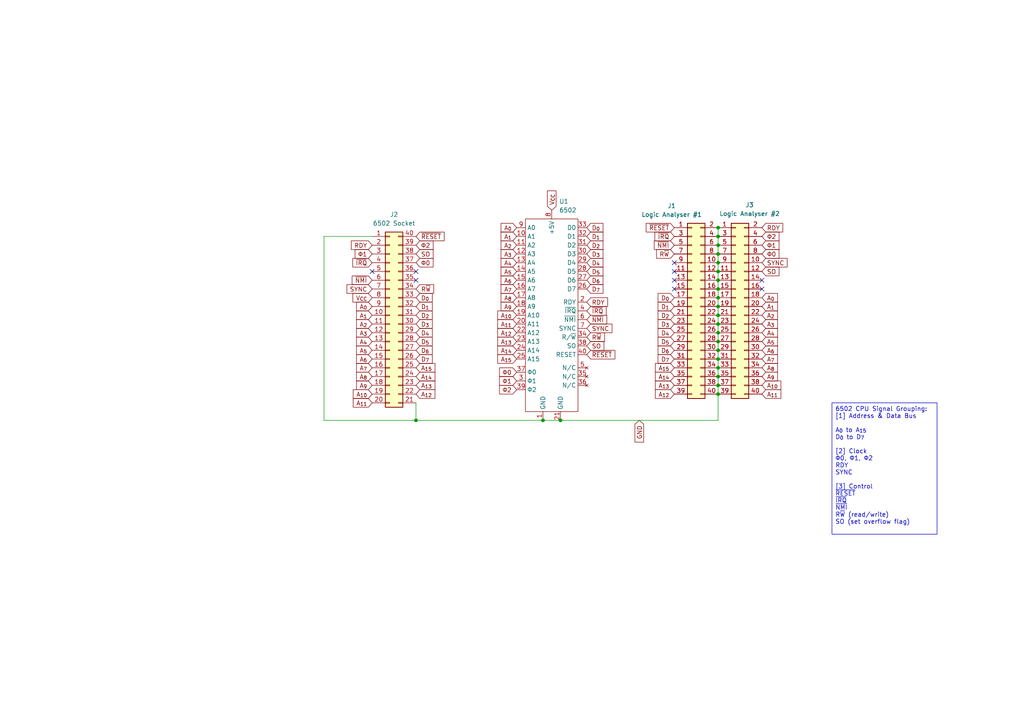
<source format=kicad_sch>
(kicad_sch (version 20250114) (generator "eeschema") (generator_version "9.0")
  (paper "A4")
  (title_block (title "6502 CPU Breakout Board for Logic Analysers") (date "13/OCT/2025") (rev "A") (company "Brett Hallen") (comment 1 "www,youtube.com/@Brfff"))
  (lib_symbols
    (symbol "Clueless_Engineer:VIC_6502_CPU"
      (property "Reference" "U" (at -7.366 1.778 0))
      (property "Value" "6502" (at 3.81 1.27 0))
      (symbol "VIC_6502_CPU_0_1"
        (rectangle (start -7.62 0) (end 7.62 -55.88))
      )
      (symbol "VIC_6502_CPU_1_1"
        (pin output line (at -10.16 -2.54 0) (length 2.54) (name "A0") (number "9"))
        (pin output line (at -10.16 -5.08 0) (length 2.54) (name "A1") (number "10"))
        (pin output line (at -10.16 -7.62 0) (length 2.54) (name "A2") (number "11"))
        (pin output line (at -10.16 -10.16 0) (length 2.54) (name "A3") (number "12"))
        (pin output line (at -10.16 -12.7 0) (length 2.54) (name "A4") (number "13"))
        (pin output line (at -10.16 -15.24 0) (length 2.54) (name "A5") (number "14"))
        (pin output line (at -10.16 -17.78 0) (length 2.54) (name "A6") (number "15"))
        (pin output line (at -10.16 -20.32 0) (length 2.54) (name "A7") (number "16"))
        (pin output line (at -10.16 -22.86 0) (length 2.54) (name "A8") (number "17"))
        (pin output line (at -10.16 -25.4 0) (length 2.54) (name "A9") (number "18"))
        (pin output line (at -10.16 -27.94 0) (length 2.54) (name "A10") (number "19"))
        (pin output line (at -10.16 -30.48 0) (length 2.54) (name "A11") (number "20"))
        (pin output line (at -10.16 -33.02 0) (length 2.54) (name "A12") (number "22"))
        (pin output line (at -10.16 -35.56 0) (length 2.54) (name "A13") (number "23"))
        (pin output line (at -10.16 -38.1 0) (length 2.54) (name "A14") (number "24"))
        (pin output line (at -10.16 -40.64 0) (length 2.54) (name "A15") (number "25"))
        (pin input line (at -10.16 -44.45 0) (length 2.54) (name "Φ0") (number "37"))
        (pin output line (at -10.16 -46.99 0) (length 2.54) (name "Φ1") (number "3"))
        (pin output line (at -10.16 -49.53 0) (length 2.54) (name "Φ2") (number "39"))
        (pin power_in line (at -2.54 -58.42 90) (length 2.54) (name "GND") (number "1"))
        (pin power_in line (at 0 2.54 270) (length 2.54) (name "+5V") (number "8"))
        (pin power_in line (at 2.54 -58.42 90) (length 2.54) (name "GND") (number "21"))
        (pin bidirectional line (at 10.16 -2.54 180) (length 2.54) (name "D0") (number "33"))
        (pin bidirectional line (at 10.16 -5.08 180) (length 2.54) (name "D1") (number "32"))
        (pin bidirectional line (at 10.16 -7.62 180) (length 2.54) (name "D2") (number "31"))
        (pin bidirectional line (at 10.16 -10.16 180) (length 2.54) (name "D3") (number "30"))
        (pin bidirectional line (at 10.16 -12.7 180) (length 2.54) (name "D4") (number "29"))
        (pin bidirectional line (at 10.16 -15.24 180) (length 2.54) (name "D5") (number "28"))
        (pin bidirectional line (at 10.16 -17.78 180) (length 2.54) (name "D6") (number "27"))
        (pin bidirectional line (at 10.16 -20.32 180) (length 2.54) (name "D7") (number "26"))
        (pin input line (at 10.16 -24.13 180) (length 2.54) (name "RDY") (number "2"))
        (pin input line (at 10.16 -26.67 180) (length 2.54) (name "~{IRQ}") (number "4"))
        (pin input line (at 10.16 -29.21 180) (length 2.54) (name "~{NMI}") (number "6"))
        (pin output line (at 10.16 -31.75 180) (length 2.54) (name "SYNC") (number "7"))
        (pin output line (at 10.16 -34.29 180) (length 2.54) (name "R/~{W}") (number "34"))
        (pin input line (at 10.16 -36.83 180) (length 2.54) (name "SO") (number "38"))
        (pin input line (at 10.16 -39.37 180) (length 2.54) (name "RESET") (number "40"))
        (pin no_connect line (at 10.16 -43.18 180) (length 2.54) (name "N/C") (number "5"))
        (pin no_connect line (at 10.16 -45.72 180) (length 2.54) (name "N/C") (number "35"))
        (pin no_connect line (at 10.16 -48.26 180) (length 2.54) (name "N/C") (number "36"))
      )
    )
    (symbol "Connector_Generic:Conn_02x20_Counter_Clockwise" (pin_names (offset 1.016) (hide yes))
      (property "Reference" "J" (at 1.27 25.4 0))
      (property "Value" "Conn_02x20_Counter_Clockwise" (at 1.27 -27.94 0))
      (symbol "Conn_02x20_Counter_Clockwise_1_1"
        (rectangle (start -1.27 24.13) (end 3.81 -26.67) (stroke (width 0.254)) (fill (type background)))
        (rectangle (start -1.27 22.987) (end 0 22.733) (stroke (width 0.1524)))
        (rectangle (start -1.27 20.447) (end 0 20.193) (stroke (width 0.1524)))
        (rectangle (start -1.27 17.907) (end 0 17.653) (stroke (width 0.1524)))
        (rectangle (start -1.27 15.367) (end 0 15.113) (stroke (width 0.1524)))
        (rectangle (start -1.27 12.827) (end 0 12.573) (stroke (width 0.1524)))
        (rectangle (start -1.27 10.287) (end 0 10.033) (stroke (width 0.1524)))
        (rectangle (start -1.27 7.747) (end 0 7.493) (stroke (width 0.1524)))
        (rectangle (start -1.27 5.207) (end 0 4.953) (stroke (width 0.1524)))
        (rectangle (start -1.27 2.667) (end 0 2.413) (stroke (width 0.1524)))
        (rectangle (start -1.27 0.127) (end 0 -0.127) (stroke (width 0.1524)))
        (rectangle (start -1.27 -2.413) (end 0 -2.667) (stroke (width 0.1524)))
        (rectangle (start -1.27 -4.953) (end 0 -5.207) (stroke (width 0.1524)))
        (rectangle (start -1.27 -7.493) (end 0 -7.747) (stroke (width 0.1524)))
        (rectangle (start -1.27 -10.033) (end 0 -10.287) (stroke (width 0.1524)))
        (rectangle (start -1.27 -12.573) (end 0 -12.827) (stroke (width 0.1524)))
        (rectangle (start -1.27 -15.113) (end 0 -15.367) (stroke (width 0.1524)))
        (rectangle (start -1.27 -17.653) (end 0 -17.907) (stroke (width 0.1524)))
        (rectangle (start -1.27 -20.193) (end 0 -20.447) (stroke (width 0.1524)))
        (rectangle (start -1.27 -22.733) (end 0 -22.987) (stroke (width 0.1524)))
        (rectangle (start -1.27 -25.273) (end 0 -25.527) (stroke (width 0.1524)))
        (rectangle (start 3.81 22.987) (end 2.54 22.733) (stroke (width 0.1524)))
        (rectangle (start 3.81 20.447) (end 2.54 20.193) (stroke (width 0.1524)))
        (rectangle (start 3.81 17.907) (end 2.54 17.653) (stroke (width 0.1524)))
        (rectangle (start 3.81 15.367) (end 2.54 15.113) (stroke (width 0.1524)))
        (rectangle (start 3.81 12.827) (end 2.54 12.573) (stroke (width 0.1524)))
        (rectangle (start 3.81 10.287) (end 2.54 10.033) (stroke (width 0.1524)))
        (rectangle (start 3.81 7.747) (end 2.54 7.493) (stroke (width 0.1524)))
        (rectangle (start 3.81 5.207) (end 2.54 4.953) (stroke (width 0.1524)))
        (rectangle (start 3.81 2.667) (end 2.54 2.413) (stroke (width 0.1524)))
        (rectangle (start 3.81 0.127) (end 2.54 -0.127) (stroke (width 0.1524)))
        (rectangle (start 3.81 -2.413) (end 2.54 -2.667) (stroke (width 0.1524)))
        (rectangle (start 3.81 -4.953) (end 2.54 -5.207) (stroke (width 0.1524)))
        (rectangle (start 3.81 -7.493) (end 2.54 -7.747) (stroke (width 0.1524)))
        (rectangle (start 3.81 -10.033) (end 2.54 -10.287) (stroke (width 0.1524)))
        (rectangle (start 3.81 -12.573) (end 2.54 -12.827) (stroke (width 0.1524)))
        (rectangle (start 3.81 -15.113) (end 2.54 -15.367) (stroke (width 0.1524)))
        (rectangle (start 3.81 -17.653) (end 2.54 -17.907) (stroke (width 0.1524)))
        (rectangle (start 3.81 -20.193) (end 2.54 -20.447) (stroke (width 0.1524)))
        (rectangle (start 3.81 -22.733) (end 2.54 -22.987) (stroke (width 0.1524)))
        (rectangle (start 3.81 -25.273) (end 2.54 -25.527) (stroke (width 0.1524)))
        (pin passive line (at -5.08 22.86 0) (length 3.81) (name "Pin_1") (number "1"))
        (pin passive line (at -5.08 20.32 0) (length 3.81) (name "Pin_2") (number "2"))
        (pin passive line (at -5.08 17.78 0) (length 3.81) (name "Pin_3") (number "3"))
        (pin passive line (at -5.08 15.24 0) (length 3.81) (name "Pin_4") (number "4"))
        (pin passive line (at -5.08 12.7 0) (length 3.81) (name "Pin_5") (number "5"))
        (pin passive line (at -5.08 10.16 0) (length 3.81) (name "Pin_6") (number "6"))
        (pin passive line (at -5.08 7.62 0) (length 3.81) (name "Pin_7") (number "7"))
        (pin passive line (at -5.08 5.08 0) (length 3.81) (name "Pin_8") (number "8"))
        (pin passive line (at -5.08 2.54 0) (length 3.81) (name "Pin_9") (number "9"))
        (pin passive line (at -5.08 0 0) (length 3.81) (name "Pin_10") (number "10"))
        (pin passive line (at -5.08 -2.54 0) (length 3.81) (name "Pin_11") (number "11"))
        (pin passive line (at -5.08 -5.08 0) (length 3.81) (name "Pin_12") (number "12"))
        (pin passive line (at -5.08 -7.62 0) (length 3.81) (name "Pin_13") (number "13"))
        (pin passive line (at -5.08 -10.16 0) (length 3.81) (name "Pin_14") (number "14"))
        (pin passive line (at -5.08 -12.7 0) (length 3.81) (name "Pin_15") (number "15"))
        (pin passive line (at -5.08 -15.24 0) (length 3.81) (name "Pin_16") (number "16"))
        (pin passive line (at -5.08 -17.78 0) (length 3.81) (name "Pin_17") (number "17"))
        (pin passive line (at -5.08 -20.32 0) (length 3.81) (name "Pin_18") (number "18"))
        (pin passive line (at -5.08 -22.86 0) (length 3.81) (name "Pin_19") (number "19"))
        (pin passive line (at -5.08 -25.4 0) (length 3.81) (name "Pin_20") (number "20"))
        (pin passive line (at 7.62 22.86 180) (length 3.81) (name "Pin_40") (number "40"))
        (pin passive line (at 7.62 20.32 180) (length 3.81) (name "Pin_39") (number "39"))
        (pin passive line (at 7.62 17.78 180) (length 3.81) (name "Pin_38") (number "38"))
        (pin passive line (at 7.62 15.24 180) (length 3.81) (name "Pin_37") (number "37"))
        (pin passive line (at 7.62 12.7 180) (length 3.81) (name "Pin_36") (number "36"))
        (pin passive line (at 7.62 10.16 180) (length 3.81) (name "Pin_35") (number "35"))
        (pin passive line (at 7.62 7.62 180) (length 3.81) (name "Pin_34") (number "34"))
        (pin passive line (at 7.62 5.08 180) (length 3.81) (name "Pin_33") (number "33"))
        (pin passive line (at 7.62 2.54 180) (length 3.81) (name "Pin_32") (number "32"))
        (pin passive line (at 7.62 0 180) (length 3.81) (name "Pin_31") (number "31"))
        (pin passive line (at 7.62 -2.54 180) (length 3.81) (name "Pin_30") (number "30"))
        (pin passive line (at 7.62 -5.08 180) (length 3.81) (name "Pin_29") (number "29"))
        (pin passive line (at 7.62 -7.62 180) (length 3.81) (name "Pin_28") (number "28"))
        (pin passive line (at 7.62 -10.16 180) (length 3.81) (name "Pin_27") (number "27"))
        (pin passive line (at 7.62 -12.7 180) (length 3.81) (name "Pin_26") (number "26"))
        (pin passive line (at 7.62 -15.24 180) (length 3.81) (name "Pin_25") (number "25"))
        (pin passive line (at 7.62 -17.78 180) (length 3.81) (name "Pin_24") (number "24"))
        (pin passive line (at 7.62 -20.32 180) (length 3.81) (name "Pin_23") (number "23"))
        (pin passive line (at 7.62 -22.86 180) (length 3.81) (name "Pin_22") (number "22"))
        (pin passive line (at 7.62 -25.4 180) (length 3.81) (name "Pin_21") (number "21"))
      )
    )
    (symbol "Connector_Generic:Conn_02x20_Odd_Even" (pin_names (offset 1.016) (hide yes))
      (property "Reference" "J" (at 1.27 25.4 0))
      (property "Value" "Conn_02x20_Odd_Even" (at 1.27 -27.94 0))
      (symbol "Conn_02x20_Odd_Even_1_1"
        (rectangle (start -1.27 24.13) (end 3.81 -26.67) (stroke (width 0.254)) (fill (type background)))
        (rectangle (start -1.27 22.987) (end 0 22.733) (stroke (width 0.1524)))
        (rectangle (start -1.27 20.447) (end 0 20.193) (stroke (width 0.1524)))
        (rectangle (start -1.27 17.907) (end 0 17.653) (stroke (width 0.1524)))
        (rectangle (start -1.27 15.367) (end 0 15.113) (stroke (width 0.1524)))
        (rectangle (start -1.27 12.827) (end 0 12.573) (stroke (width 0.1524)))
        (rectangle (start -1.27 10.287) (end 0 10.033) (stroke (width 0.1524)))
        (rectangle (start -1.27 7.747) (end 0 7.493) (stroke (width 0.1524)))
        (rectangle (start -1.27 5.207) (end 0 4.953) (stroke (width 0.1524)))
        (rectangle (start -1.27 2.667) (end 0 2.413) (stroke (width 0.1524)))
        (rectangle (start -1.27 0.127) (end 0 -0.127) (stroke (width 0.1524)))
        (rectangle (start -1.27 -2.413) (end 0 -2.667) (stroke (width 0.1524)))
        (rectangle (start -1.27 -4.953) (end 0 -5.207) (stroke (width 0.1524)))
        (rectangle (start -1.27 -7.493) (end 0 -7.747) (stroke (width 0.1524)))
        (rectangle (start -1.27 -10.033) (end 0 -10.287) (stroke (width 0.1524)))
        (rectangle (start -1.27 -12.573) (end 0 -12.827) (stroke (width 0.1524)))
        (rectangle (start -1.27 -15.113) (end 0 -15.367) (stroke (width 0.1524)))
        (rectangle (start -1.27 -17.653) (end 0 -17.907) (stroke (width 0.1524)))
        (rectangle (start -1.27 -20.193) (end 0 -20.447) (stroke (width 0.1524)))
        (rectangle (start -1.27 -22.733) (end 0 -22.987) (stroke (width 0.1524)))
        (rectangle (start -1.27 -25.273) (end 0 -25.527) (stroke (width 0.1524)))
        (rectangle (start 3.81 22.987) (end 2.54 22.733) (stroke (width 0.1524)))
        (rectangle (start 3.81 20.447) (end 2.54 20.193) (stroke (width 0.1524)))
        (rectangle (start 3.81 17.907) (end 2.54 17.653) (stroke (width 0.1524)))
        (rectangle (start 3.81 15.367) (end 2.54 15.113) (stroke (width 0.1524)))
        (rectangle (start 3.81 12.827) (end 2.54 12.573) (stroke (width 0.1524)))
        (rectangle (start 3.81 10.287) (end 2.54 10.033) (stroke (width 0.1524)))
        (rectangle (start 3.81 7.747) (end 2.54 7.493) (stroke (width 0.1524)))
        (rectangle (start 3.81 5.207) (end 2.54 4.953) (stroke (width 0.1524)))
        (rectangle (start 3.81 2.667) (end 2.54 2.413) (stroke (width 0.1524)))
        (rectangle (start 3.81 0.127) (end 2.54 -0.127) (stroke (width 0.1524)))
        (rectangle (start 3.81 -2.413) (end 2.54 -2.667) (stroke (width 0.1524)))
        (rectangle (start 3.81 -4.953) (end 2.54 -5.207) (stroke (width 0.1524)))
        (rectangle (start 3.81 -7.493) (end 2.54 -7.747) (stroke (width 0.1524)))
        (rectangle (start 3.81 -10.033) (end 2.54 -10.287) (stroke (width 0.1524)))
        (rectangle (start 3.81 -12.573) (end 2.54 -12.827) (stroke (width 0.1524)))
        (rectangle (start 3.81 -15.113) (end 2.54 -15.367) (stroke (width 0.1524)))
        (rectangle (start 3.81 -17.653) (end 2.54 -17.907) (stroke (width 0.1524)))
        (rectangle (start 3.81 -20.193) (end 2.54 -20.447) (stroke (width 0.1524)))
        (rectangle (start 3.81 -22.733) (end 2.54 -22.987) (stroke (width 0.1524)))
        (rectangle (start 3.81 -25.273) (end 2.54 -25.527) (stroke (width 0.1524)))
        (pin passive line (at -5.08 22.86 0) (length 3.81) (name "Pin_1") (number "1"))
        (pin passive line (at -5.08 20.32 0) (length 3.81) (name "Pin_3") (number "3"))
        (pin passive line (at -5.08 17.78 0) (length 3.81) (name "Pin_5") (number "5"))
        (pin passive line (at -5.08 15.24 0) (length 3.81) (name "Pin_7") (number "7"))
        (pin passive line (at -5.08 12.7 0) (length 3.81) (name "Pin_9") (number "9"))
        (pin passive line (at -5.08 10.16 0) (length 3.81) (name "Pin_11") (number "11"))
        (pin passive line (at -5.08 7.62 0) (length 3.81) (name "Pin_13") (number "13"))
        (pin passive line (at -5.08 5.08 0) (length 3.81) (name "Pin_15") (number "15"))
        (pin passive line (at -5.08 2.54 0) (length 3.81) (name "Pin_17") (number "17"))
        (pin passive line (at -5.08 0 0) (length 3.81) (name "Pin_19") (number "19"))
        (pin passive line (at -5.08 -2.54 0) (length 3.81) (name "Pin_21") (number "21"))
        (pin passive line (at -5.08 -5.08 0) (length 3.81) (name "Pin_23") (number "23"))
        (pin passive line (at -5.08 -7.62 0) (length 3.81) (name "Pin_25") (number "25"))
        (pin passive line (at -5.08 -10.16 0) (length 3.81) (name "Pin_27") (number "27"))
        (pin passive line (at -5.08 -12.7 0) (length 3.81) (name "Pin_29") (number "29"))
        (pin passive line (at -5.08 -15.24 0) (length 3.81) (name "Pin_31") (number "31"))
        (pin passive line (at -5.08 -17.78 0) (length 3.81) (name "Pin_33") (number "33"))
        (pin passive line (at -5.08 -20.32 0) (length 3.81) (name "Pin_35") (number "35"))
        (pin passive line (at -5.08 -22.86 0) (length 3.81) (name "Pin_37") (number "37"))
        (pin passive line (at -5.08 -25.4 0) (length 3.81) (name "Pin_39") (number "39"))
        (pin passive line (at 7.62 22.86 180) (length 3.81) (name "Pin_2") (number "2"))
        (pin passive line (at 7.62 20.32 180) (length 3.81) (name "Pin_4") (number "4"))
        (pin passive line (at 7.62 17.78 180) (length 3.81) (name "Pin_6") (number "6"))
        (pin passive line (at 7.62 15.24 180) (length 3.81) (name "Pin_8") (number "8"))
        (pin passive line (at 7.62 12.7 180) (length 3.81) (name "Pin_10") (number "10"))
        (pin passive line (at 7.62 10.16 180) (length 3.81) (name "Pin_12") (number "12"))
        (pin passive line (at 7.62 7.62 180) (length 3.81) (name "Pin_14") (number "14"))
        (pin passive line (at 7.62 5.08 180) (length 3.81) (name "Pin_16") (number "16"))
        (pin passive line (at 7.62 2.54 180) (length 3.81) (name "Pin_18") (number "18"))
        (pin passive line (at 7.62 0 180) (length 3.81) (name "Pin_20") (number "20"))
        (pin passive line (at 7.62 -2.54 180) (length 3.81) (name "Pin_22") (number "22"))
        (pin passive line (at 7.62 -5.08 180) (length 3.81) (name "Pin_24") (number "24"))
        (pin passive line (at 7.62 -7.62 180) (length 3.81) (name "Pin_26") (number "26"))
        (pin passive line (at 7.62 -10.16 180) (length 3.81) (name "Pin_28") (number "28"))
        (pin passive line (at 7.62 -12.7 180) (length 3.81) (name "Pin_30") (number "30"))
        (pin passive line (at 7.62 -15.24 180) (length 3.81) (name "Pin_32") (number "32"))
        (pin passive line (at 7.62 -17.78 180) (length 3.81) (name "Pin_34") (number "34"))
        (pin passive line (at 7.62 -20.32 180) (length 3.81) (name "Pin_36") (number "36"))
        (pin passive line (at 7.62 -22.86 180) (length 3.81) (name "Pin_38") (number "38"))
        (pin passive line (at 7.62 -25.4 180) (length 3.81) (name "Pin_40") (number "40"))
      )
    )
  )
  (text_box "6502 CPU Signal Grouping:\n[1] Address & Data Bus\n\nA_{0} to A_{15}\nD_{0} to D_{7}\n\n[2] Clock\nΦ0, Φ1, Φ2\nRDY\nSYNC\n\n[3] Control\n~{RESET}\n~{IRQ}\n~{NMI}\nR~{W} (read/write)\nSO (set overflow flag)" (at 241.3 116.84 0) (size 30.48 38.1) (margins 0.9525 0.9525 0.9525 0.9525) (effects (font (size 1.27 1.27)) (justify left top)))
  (junction (at 208.28 111.76))
  (junction (at 208.28 66.04))
  (junction (at 208.28 71.12))
  (junction (at 208.28 68.58))
  (junction (at 208.28 91.44))
  (junction (at 208.28 96.52))
  (junction (at 208.28 81.28))
  (junction (at 157.48 121.92))
  (junction (at 208.28 106.68))
  (junction (at 208.28 101.6))
  (junction (at 208.28 86.36))
  (junction (at 208.28 93.98))
  (junction (at 208.28 88.9))
  (junction (at 120.65 121.92))
  (junction (at 208.28 78.74))
  (junction (at 208.28 76.2))
  (junction (at 208.28 73.66))
  (junction (at 208.28 114.3))
  (junction (at 208.28 83.82))
  (junction (at 208.28 99.06))
  (junction (at 162.56 121.92))
  (junction (at 208.28 109.22))
  (junction (at 208.28 104.14))
  (no_connect (at 195.58 81.28))
  (no_connect (at 220.98 81.28))
  (no_connect (at 107.95 78.74))
  (no_connect (at 195.58 83.82))
  (no_connect (at 120.65 81.28))
  (no_connect (at 195.58 76.2))
  (no_connect (at 220.98 83.82))
  (no_connect (at 120.65 78.74))
  (no_connect (at 195.58 78.74))
  (wire (pts (xy 120.65 116.84) (xy 120.65 121.92)))
  (wire (pts (xy 208.28 101.6) (xy 208.28 99.06)))
  (wire (pts (xy 93.98 121.92) (xy 93.98 68.58)))
  (wire (pts (xy 208.28 88.9) (xy 208.28 86.36)))
  (wire (pts (xy 208.28 71.12) (xy 208.28 68.58)))
  (wire (pts (xy 208.28 93.98) (xy 208.28 91.44)))
  (wire (pts (xy 208.28 73.66) (xy 208.28 71.12)))
  (wire (pts (xy 208.28 114.3) (xy 208.28 111.76)))
  (wire (pts (xy 162.56 121.92) (xy 208.28 121.92)))
  (wire (pts (xy 208.28 104.14) (xy 208.28 101.6)))
  (wire (pts (xy 208.28 121.92) (xy 208.28 114.3)))
  (wire (pts (xy 120.65 121.92) (xy 93.98 121.92)))
  (wire (pts (xy 208.28 83.82) (xy 208.28 81.28)))
  (wire (pts (xy 208.28 111.76) (xy 208.28 109.22)))
  (wire (pts (xy 208.28 99.06) (xy 208.28 96.52)))
  (wire (pts (xy 208.28 78.74) (xy 208.28 76.2)))
  (wire (pts (xy 208.28 104.14) (xy 208.28 106.68)))
  (wire (pts (xy 208.28 86.36) (xy 208.28 83.82)))
  (wire (pts (xy 208.28 76.2) (xy 208.28 73.66)))
  (wire (pts (xy 157.48 121.92) (xy 120.65 121.92)))
  (wire (pts (xy 208.28 91.44) (xy 208.28 88.9)))
  (wire (pts (xy 208.28 96.52) (xy 208.28 93.98)))
  (wire (pts (xy 93.98 68.58) (xy 107.95 68.58)))
  (wire (pts (xy 208.28 81.28) (xy 208.28 78.74)))
  (wire (pts (xy 157.48 121.92) (xy 162.56 121.92)))
  (wire (pts (xy 208.28 68.58) (xy 208.28 66.04)))
  (wire (pts (xy 208.28 109.22) (xy 208.28 106.68)))
  (global_label "A_{12}" (shape input) (at 149.86 96.52 180) (property "Intersheetrefs" "${INTERSHEET_REFS}" (effects (hide yes))))
  (global_label "RDY" (shape input) (at 170.18 87.63 0) (property "Intersheetrefs" "${INTERSHEET_REFS}" (effects (hide yes))))
  (global_label "A_{4}" (shape input) (at 220.98 96.52 0) (property "Intersheetrefs" "${INTERSHEET_REFS}" (effects (hide yes))))
  (global_label "D_{6}" (shape input) (at 120.65 101.6 0) (property "Intersheetrefs" "${INTERSHEET_REFS}" (effects (hide yes))))
  (global_label "A_{10}" (shape input) (at 149.86 91.44 180) (property "Intersheetrefs" "${INTERSHEET_REFS}" (effects (hide yes))))
  (global_label "D_{4}" (shape input) (at 170.18 76.2 0) (property "Intersheetrefs" "${INTERSHEET_REFS}" (effects (hide yes))))
  (global_label "A_{5}" (shape input) (at 149.86 78.74 180) (property "Intersheetrefs" "${INTERSHEET_REFS}" (effects (hide yes))))
  (global_label "D_{1}" (shape input) (at 120.65 88.9 0) (property "Intersheetrefs" "${INTERSHEET_REFS}" (effects (hide yes))))
  (global_label "A_{13}" (shape input) (at 195.58 111.76 180) (property "Intersheetrefs" "${INTERSHEET_REFS}" (effects (hide yes))))
  (global_label "A_{8}" (shape input) (at 107.95 109.22 180) (property "Intersheetrefs" "${INTERSHEET_REFS}" (effects (hide yes))))
  (global_label "A_{15}" (shape input) (at 195.58 106.68 180) (property "Intersheetrefs" "${INTERSHEET_REFS}" (effects (hide yes))))
  (global_label "Φ2" (shape input) (at 120.65 71.12 0) (property "Intersheetrefs" "${INTERSHEET_REFS}" (effects (hide yes))))
  (global_label "~{IRQ}" (shape input) (at 195.58 68.58 180) (property "Intersheetrefs" "${INTERSHEET_REFS}" (effects (hide yes))))
  (global_label "D_{5}" (shape input) (at 120.65 99.06 0) (property "Intersheetrefs" "${INTERSHEET_REFS}" (effects (hide yes))))
  (global_label "SO" (shape input) (at 120.65 73.66 0) (property "Intersheetrefs" "${INTERSHEET_REFS}" (effects (hide yes))))
  (global_label "V_{CC}" (shape input) (at 107.95 86.36 180) (property "Intersheetrefs" "${INTERSHEET_REFS}" (effects (hide yes))))
  (global_label "SYNC" (shape input) (at 220.98 76.2 0) (property "Intersheetrefs" "${INTERSHEET_REFS}" (effects (hide yes))))
  (global_label "A_{0}" (shape input) (at 107.95 88.9 180) (property "Intersheetrefs" "${INTERSHEET_REFS}" (effects (hide yes))))
  (global_label "A_{8}" (shape input) (at 149.86 86.36 180) (property "Intersheetrefs" "${INTERSHEET_REFS}" (effects (hide yes))))
  (global_label "A_{3}" (shape input) (at 107.95 96.52 180) (property "Intersheetrefs" "${INTERSHEET_REFS}" (effects (hide yes))))
  (global_label "D_{6}" (shape input) (at 195.58 101.6 180) (property "Intersheetrefs" "${INTERSHEET_REFS}" (effects (hide yes))))
  (global_label "A_{3}" (shape input) (at 220.98 93.98 0) (property "Intersheetrefs" "${INTERSHEET_REFS}" (effects (hide yes))))
  (global_label "A_{7}" (shape input) (at 220.98 104.14 0) (property "Intersheetrefs" "${INTERSHEET_REFS}" (effects (hide yes))))
  (global_label "D_{0}" (shape input) (at 195.58 86.36 180) (property "Intersheetrefs" "${INTERSHEET_REFS}" (effects (hide yes))))
  (global_label "A_{15}" (shape input) (at 120.65 106.68 0) (property "Intersheetrefs" "${INTERSHEET_REFS}" (effects (hide yes))))
  (global_label "RDY" (shape input) (at 220.98 66.04 0) (property "Intersheetrefs" "${INTERSHEET_REFS}" (effects (hide yes))))
  (global_label "A_{3}" (shape input) (at 149.86 73.66 180) (property "Intersheetrefs" "${INTERSHEET_REFS}" (effects (hide yes))))
  (global_label "~{NMI}" (shape input) (at 107.95 81.28 180) (property "Intersheetrefs" "${INTERSHEET_REFS}" (effects (hide yes))))
  (global_label "Φ1" (shape input) (at 220.98 71.12 0) (property "Intersheetrefs" "${INTERSHEET_REFS}" (effects (hide yes))))
  (global_label "A_{6}" (shape input) (at 149.86 81.28 180) (property "Intersheetrefs" "${INTERSHEET_REFS}" (effects (hide yes))))
  (global_label "A_{4}" (shape input) (at 107.95 99.06 180) (property "Intersheetrefs" "${INTERSHEET_REFS}" (effects (hide yes))))
  (global_label "D_{7}" (shape input) (at 195.58 104.14 180) (property "Intersheetrefs" "${INTERSHEET_REFS}" (effects (hide yes))))
  (global_label "D_{7}" (shape input) (at 120.65 104.14 0) (property "Intersheetrefs" "${INTERSHEET_REFS}" (effects (hide yes))))
  (global_label "D_{1}" (shape input) (at 170.18 68.58 0) (property "Intersheetrefs" "${INTERSHEET_REFS}" (effects (hide yes))))
  (global_label "R~{W}" (shape input) (at 170.18 97.79 0) (property "Intersheetrefs" "${INTERSHEET_REFS}" (effects (hide yes))))
  (global_label "~{IRQ}" (shape input) (at 107.95 76.2 180) (property "Intersheetrefs" "${INTERSHEET_REFS}" (effects (hide yes))))
  (global_label "A_{6}" (shape input) (at 220.98 101.6 0) (property "Intersheetrefs" "${INTERSHEET_REFS}" (effects (hide yes))))
  (global_label "A_{14}" (shape input) (at 120.65 109.22 0) (property "Intersheetrefs" "${INTERSHEET_REFS}" (effects (hide yes))))
  (global_label "A_{5}" (shape input) (at 107.95 101.6 180) (property "Intersheetrefs" "${INTERSHEET_REFS}" (effects (hide yes))))
  (global_label "D_{2}" (shape input) (at 120.65 91.44 0) (property "Intersheetrefs" "${INTERSHEET_REFS}" (effects (hide yes))))
  (global_label "A_{1}" (shape input) (at 107.95 91.44 180) (property "Intersheetrefs" "${INTERSHEET_REFS}" (effects (hide yes))))
  (global_label "D_{3}" (shape input) (at 195.58 93.98 180) (property "Intersheetrefs" "${INTERSHEET_REFS}" (effects (hide yes))))
  (global_label "A_{8}" (shape input) (at 220.98 106.68 0) (property "Intersheetrefs" "${INTERSHEET_REFS}" (effects (hide yes))))
  (global_label "A_{2}" (shape input) (at 107.95 93.98 180) (property "Intersheetrefs" "${INTERSHEET_REFS}" (effects (hide yes))))
  (global_label "D_{4}" (shape input) (at 120.65 96.52 0) (property "Intersheetrefs" "${INTERSHEET_REFS}" (effects (hide yes))))
  (global_label "SYNC" (shape input) (at 107.95 83.82 180) (property "Intersheetrefs" "${INTERSHEET_REFS}" (effects (hide yes))))
  (global_label "~{RESET}" (shape input) (at 120.65 68.58 0) (property "Intersheetrefs" "${INTERSHEET_REFS}" (effects (hide yes))))
  (global_label "D_{4}" (shape input) (at 195.58 96.52 180) (property "Intersheetrefs" "${INTERSHEET_REFS}" (effects (hide yes))))
  (global_label "A_{13}" (shape input) (at 120.65 111.76 0) (property "Intersheetrefs" "${INTERSHEET_REFS}" (effects (hide yes))))
  (global_label "A_{6}" (shape input) (at 107.95 104.14 180) (property "Intersheetrefs" "${INTERSHEET_REFS}" (effects (hide yes))))
  (global_label "D_{3}" (shape input) (at 170.18 73.66 0) (property "Intersheetrefs" "${INTERSHEET_REFS}" (effects (hide yes))))
  (global_label "~{NMI}" (shape input) (at 195.58 71.12 180) (property "Intersheetrefs" "${INTERSHEET_REFS}" (effects (hide yes))))
  (global_label "A_{15}" (shape input) (at 149.86 104.14 180) (property "Intersheetrefs" "${INTERSHEET_REFS}" (effects (hide yes))))
  (global_label "A_{9}" (shape input) (at 220.98 109.22 0) (property "Intersheetrefs" "${INTERSHEET_REFS}" (effects (hide yes))))
  (global_label "D_{1}" (shape input) (at 195.58 88.9 180) (property "Intersheetrefs" "${INTERSHEET_REFS}" (effects (hide yes))))
  (global_label "V_{CC}" (shape input) (at 160.02 60.96 90) (property "Intersheetrefs" "${INTERSHEET_REFS}" (effects (hide yes))))
  (global_label "A_{11}" (shape input) (at 107.95 116.84 180) (property "Intersheetrefs" "${INTERSHEET_REFS}" (effects (hide yes))))
  (global_label "D_{3}" (shape input) (at 120.65 93.98 0) (property "Intersheetrefs" "${INTERSHEET_REFS}" (effects (hide yes))))
  (global_label "A_{14}" (shape input) (at 149.86 101.6 180) (property "Intersheetrefs" "${INTERSHEET_REFS}" (effects (hide yes))))
  (global_label "SO" (shape input) (at 220.98 78.74 0) (property "Intersheetrefs" "${INTERSHEET_REFS}" (effects (hide yes))))
  (global_label "D_{0}" (shape input) (at 170.18 66.04 0) (property "Intersheetrefs" "${INTERSHEET_REFS}" (effects (hide yes))))
  (global_label "GND" (shape input) (at 185.42 121.92 270) (property "Intersheetrefs" "${INTERSHEET_REFS}" (effects (hide yes))))
  (global_label "R~{W}" (shape input) (at 120.65 83.82 0) (property "Intersheetrefs" "${INTERSHEET_REFS}" (effects (hide yes))))
  (global_label "~{RESET}" (shape input) (at 195.58 66.04 180) (property "Intersheetrefs" "${INTERSHEET_REFS}" (effects (hide yes))))
  (global_label "RDY" (shape input) (at 107.95 71.12 180) (property "Intersheetrefs" "${INTERSHEET_REFS}" (effects (hide yes))))
  (global_label "D_{2}" (shape input) (at 170.18 71.12 0) (property "Intersheetrefs" "${INTERSHEET_REFS}" (effects (hide yes))))
  (global_label "A_{0}" (shape input) (at 220.98 86.36 0) (property "Intersheetrefs" "${INTERSHEET_REFS}" (effects (hide yes))))
  (global_label "~{IRQ}" (shape input) (at 170.18 90.17 0) (property "Intersheetrefs" "${INTERSHEET_REFS}" (effects (hide yes))))
  (global_label "A_{12}" (shape input) (at 120.65 114.3 0) (property "Intersheetrefs" "${INTERSHEET_REFS}" (effects (hide yes))))
  (global_label "Φ2" (shape input) (at 220.98 68.58 0) (property "Intersheetrefs" "${INTERSHEET_REFS}" (effects (hide yes))))
  (global_label "A_{1}" (shape input) (at 220.98 88.9 0) (property "Intersheetrefs" "${INTERSHEET_REFS}" (effects (hide yes))))
  (global_label "R~{W}" (shape input) (at 195.58 73.66 180) (property "Intersheetrefs" "${INTERSHEET_REFS}" (effects (hide yes))))
  (global_label "A_{7}" (shape input) (at 149.86 83.82 180) (property "Intersheetrefs" "${INTERSHEET_REFS}" (effects (hide yes))))
  (global_label "D_{6}" (shape input) (at 170.18 81.28 0) (property "Intersheetrefs" "${INTERSHEET_REFS}" (effects (hide yes))))
  (global_label "A_{9}" (shape input) (at 149.86 88.9 180) (property "Intersheetrefs" "${INTERSHEET_REFS}" (effects (hide yes))))
  (global_label "A_{13}" (shape input) (at 149.86 99.06 180) (property "Intersheetrefs" "${INTERSHEET_REFS}" (effects (hide yes))))
  (global_label "Φ0" (shape input) (at 220.98 73.66 0) (property "Intersheetrefs" "${INTERSHEET_REFS}" (effects (hide yes))))
  (global_label "Φ1" (shape input) (at 107.95 73.66 180) (property "Intersheetrefs" "${INTERSHEET_REFS}" (effects (hide yes))))
  (global_label "~{RESET}" (shape input) (at 170.18 102.87 0) (property "Intersheetrefs" "${INTERSHEET_REFS}" (effects (hide yes))))
  (global_label "SYNC" (shape input) (at 170.18 95.25 0) (property "Intersheetrefs" "${INTERSHEET_REFS}" (effects (hide yes))))
  (global_label "~{NMI}" (shape input) (at 170.18 92.71 0) (property "Intersheetrefs" "${INTERSHEET_REFS}" (effects (hide yes))))
  (global_label "SO" (shape input) (at 170.18 100.33 0) (property "Intersheetrefs" "${INTERSHEET_REFS}" (effects (hide yes))))
  (global_label "A_{2}" (shape input) (at 149.86 71.12 180) (property "Intersheetrefs" "${INTERSHEET_REFS}" (effects (hide yes))))
  (global_label "D_{5}" (shape input) (at 170.18 78.74 0) (property "Intersheetrefs" "${INTERSHEET_REFS}" (effects (hide yes))))
  (global_label "A_{14}" (shape input) (at 195.58 109.22 180) (property "Intersheetrefs" "${INTERSHEET_REFS}" (effects (hide yes))))
  (global_label "A_{10}" (shape input) (at 107.95 114.3 180) (property "Intersheetrefs" "${INTERSHEET_REFS}" (effects (hide yes))))
  (global_label "A_{10}" (shape input) (at 220.98 111.76 0) (property "Intersheetrefs" "${INTERSHEET_REFS}" (effects (hide yes))))
  (global_label "D_{0}" (shape input) (at 120.65 86.36 0) (property "Intersheetrefs" "${INTERSHEET_REFS}" (effects (hide yes))))
  (global_label "A_{7}" (shape input) (at 107.95 106.68 180) (property "Intersheetrefs" "${INTERSHEET_REFS}" (effects (hide yes))))
  (global_label "A_{11}" (shape input) (at 149.86 93.98 180) (property "Intersheetrefs" "${INTERSHEET_REFS}" (effects (hide yes))))
  (global_label "A_{9}" (shape input) (at 107.95 111.76 180) (property "Intersheetrefs" "${INTERSHEET_REFS}" (effects (hide yes))))
  (global_label "A_{5}" (shape input) (at 220.98 99.06 0) (property "Intersheetrefs" "${INTERSHEET_REFS}" (effects (hide yes))))
  (global_label "D_{5}" (shape input) (at 195.58 99.06 180) (property "Intersheetrefs" "${INTERSHEET_REFS}" (effects (hide yes))))
  (global_label "A_{11}" (shape input) (at 220.98 114.3 0) (property "Intersheetrefs" "${INTERSHEET_REFS}" (effects (hide yes))))
  (global_label "A_{4}" (shape input) (at 149.86 76.2 180) (property "Intersheetrefs" "${INTERSHEET_REFS}" (effects (hide yes))))
  (global_label "A_{1}" (shape input) (at 149.86 68.58 180) (property "Intersheetrefs" "${INTERSHEET_REFS}" (effects (hide yes))))
  (global_label "A_{0}" (shape input) (at 149.86 66.04 180) (property "Intersheetrefs" "${INTERSHEET_REFS}" (effects (hide yes))))
  (global_label "D_{2}" (shape input) (at 195.58 91.44 180) (property "Intersheetrefs" "${INTERSHEET_REFS}" (effects (hide yes))))
  (global_label "D_{7}" (shape input) (at 170.18 83.82 0) (property "Intersheetrefs" "${INTERSHEET_REFS}" (effects (hide yes))))
  (global_label "Φ1" (shape input) (at 149.86 110.49 180) (property "Intersheetrefs" "${INTERSHEET_REFS}" (effects (hide yes))))
  (global_label "Φ0" (shape input) (at 149.86 107.95 180) (property "Intersheetrefs" "${INTERSHEET_REFS}" (effects (hide yes))))
  (global_label "Φ2" (shape input) (at 149.86 113.03 180) (property "Intersheetrefs" "${INTERSHEET_REFS}" (effects (hide yes))))
  (global_label "Φ0" (shape input) (at 120.65 76.2 0) (property "Intersheetrefs" "${INTERSHEET_REFS}" (effects (hide yes))))
  (global_label "A_{2}" (shape input) (at 220.98 91.44 0) (property "Intersheetrefs" "${INTERSHEET_REFS}" (effects (hide yes))))
  (global_label "A_{12}" (shape input) (at 195.58 114.3 180) (property "Intersheetrefs" "${INTERSHEET_REFS}" (effects (hide yes))))
  (symbol (lib_id "Connector_Generic:Conn_02x20_Counter_Clockwise") (at 113.03 91.44 0) (unit 1)
    (property "Reference" "J2" (at 114.3 62.23 0))
    (property "Value" "6502 Socket" (at 114.3 64.77 0))
    (property "Footprint" "Package_DIP:DIP-40_W15.24mm" (effects (hide yes)))
    (property "Description" "Generic connector, double row, 02x20, counter clockwise pin numbering scheme (similar to DIP package numbering), script generated (kicad-library-utils/schlib/autogen/connector/)" (effects (hide yes)))
  )
  (symbol (lib_id "Clueless_Engineer:VIC_6502_CPU") (at 160.02 63.5 0) (unit 1)
    (property "Reference" "U1" (at 162.1633 58.42 0) (effects (justify left)))
    (property "Value" "6502" (at 162.1633 60.96 0) (effects (justify left)))
    (property "Footprint" "Package_DIP:DIP-40_W15.24mm_Socket" (effects (hide yes)))
  )
  (symbol (lib_id "Connector_Generic:Conn_02x20_Odd_Even") (at 200.66 88.9 0) (unit 1)
    (property "Reference" "J1" (at 194.818 59.69 0))
    (property "Value" "Logic Analyser #1" (at 194.818 62.23 0))
    (property "Footprint" "Connector_PinHeader_2.54mm:PinHeader_2x20_P2.54mm_Vertical" (effects (hide yes)))
    (property "Description" "Generic connector, double row, 02x20, odd/even pin numbering scheme (row 1 odd numbers, row 2 even numbers), script generated (kicad-library-utils/schlib/autogen/connector/)" (effects (hide yes)))
  )
  (symbol (lib_id "Connector_Generic:Conn_02x20_Odd_Even") (at 213.36 88.9 0) (unit 1)
    (property "Reference" "J3" (at 217.424 59.436 0))
    (property "Value" "Logic Analyser #2" (at 217.424 61.976 0))
    (property "Footprint" "Connector_PinHeader_2.54mm:PinHeader_2x20_P2.54mm_Vertical" (effects (hide yes)))
    (property "Description" "Generic connector, double row, 02x20, odd/even pin numbering scheme (row 1 odd numbers, row 2 even numbers), script generated (kicad-library-utils/schlib/autogen/connector/)" (effects (hide yes)))
  )
)
</source>
